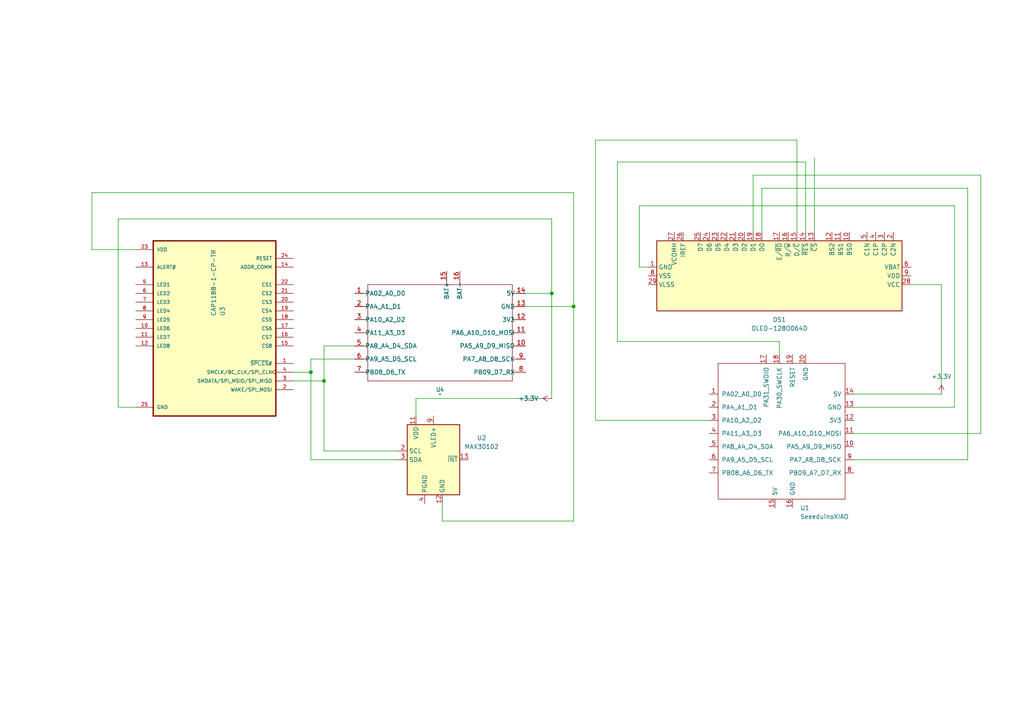
<source format=kicad_sch>
(kicad_sch (version 20231120) (generator "eeschema") (generator_version "8.0")
  (paper "A4")
  (lib_symbols
    (symbol "CAP1188-1-CP-TR:CAP1188-1-CP-TR" (pin_names (offset 1.016))
      (property "Reference" "U" (at -17.8046 26.422 0))
      (property "Value" "CAP1188-1-CP-TR" (at -17.866 -29.4938 0))
      (symbol "CAP1188-1-CP-TR_0_0"
        (rectangle (start -17.78 -25.4) (end 17.78 25.4) (stroke (width 0.41)) (fill (type background)))
        (pin input line (at -22.86 -10.16 0) (length 5.08) (name "~{SPI_CS}#") (number "1"))
        (pin output line (at 22.86 0 180) (length 5.08) (name "LED6") (number "10"))
        (pin output line (at 22.86 -2.54 180) (length 5.08) (name "LED7") (number "11"))
        (pin output line (at 22.86 -5.08 180) (length 5.08) (name "LED8") (number "12"))
        (pin output line (at 22.86 17.78 180) (length 5.08) (name "ALERT#") (number "13"))
        (pin input line (at -22.86 17.78 0) (length 5.08) (name "ADDR_COMM") (number "14"))
        (pin bidirectional line (at -22.86 -5.08 0) (length 5.08) (name "CS8") (number "15"))
        (pin bidirectional line (at -22.86 -2.54 0) (length 5.08) (name "CS7") (number "16"))
        (pin bidirectional line (at -22.86 0 0) (length 5.08) (name "CS6") (number "17"))
        (pin bidirectional line (at -22.86 2.54 0) (length 5.08) (name "CS5") (number "18"))
        (pin bidirectional line (at -22.86 5.08 0) (length 5.08) (name "CS4") (number "19"))
        (pin bidirectional line (at -22.86 -17.78 0) (length 5.08) (name "WAKE/SPI_MOSI") (number "2"))
        (pin bidirectional line (at -22.86 7.62 0) (length 5.08) (name "CS3") (number "20"))
        (pin bidirectional line (at -22.86 10.16 0) (length 5.08) (name "CS2") (number "21"))
        (pin bidirectional line (at -22.86 12.7 0) (length 5.08) (name "CS1") (number "22"))
        (pin power_in line (at 22.86 22.86 180) (length 5.08) (name "VDD") (number "23"))
        (pin input line (at -22.86 20.32 0) (length 5.08) (name "RESET") (number "24"))
        (pin power_in line (at 22.86 -22.86 180) (length 5.08) (name "GND") (number "25"))
        (pin bidirectional line (at -22.86 -15.24 0) (length 5.08) (name "SMDATA/SPI_MSIO/SPI_MISO") (number "3"))
        (pin input clock (at -22.86 -12.7 0) (length 5.08) (name "SMCLK/BC_CLK/SPI_CLK") (number "4"))
        (pin output line (at 22.86 12.7 180) (length 5.08) (name "LED1") (number "5"))
        (pin output line (at 22.86 10.16 180) (length 5.08) (name "LED2") (number "6"))
        (pin output line (at 22.86 7.62 180) (length 5.08) (name "LED3") (number "7"))
        (pin output line (at 22.86 5.08 180) (length 5.08) (name "LED4") (number "8"))
        (pin output line (at 22.86 2.54 180) (length 5.08) (name "LED5") (number "9"))
      )
    )
    (symbol "Display_Graphic:OLED-128O064D"
      (property "Reference" "DS" (at -10.16 38.1 0))
      (property "Value" "OLED-128O064D" (at 12.7 38.1 0))
      (symbol "OLED-128O064D_0_1"
        (rectangle (start -10.16 35.56) (end 10.16 -35.56) (stroke (width 0.254)) (fill (type background)))
      )
      (symbol "OLED-128O064D_1_1"
        (pin power_in line (at -2.54 -38.1 90) (length 2.54) (name "GND") (number "1"))
        (pin input line (at -12.7 20.32 0) (length 2.54) (name "BS0") (number "10"))
        (pin input line (at -12.7 17.78 0) (length 2.54) (name "BS1") (number "11"))
        (pin input line (at -12.7 15.24 0) (length 2.54) (name "BS2") (number "12"))
        (pin input line (at -12.7 10.16 0) (length 2.54) (name "~{CS}") (number "13"))
        (pin input line (at -12.7 7.62 0) (length 2.54) (name "~{RES}") (number "14"))
        (pin input line (at -12.7 5.08 0) (length 2.54) (name "D/~{C}") (number "15"))
        (pin input line (at -12.7 2.54 0) (length 2.54) (name "R/~{W}") (number "16"))
        (pin input line (at -12.7 0 0) (length 2.54) (name "E/~{RD}") (number "17"))
        (pin bidirectional line (at -12.7 -5.08 0) (length 2.54) (name "D0") (number "18"))
        (pin bidirectional line (at -12.7 -7.62 0) (length 2.54) (name "D1") (number "19"))
        (pin passive line (at -12.7 33.02 0) (length 2.54) (name "C2N") (number "2"))
        (pin bidirectional line (at -12.7 -10.16 0) (length 2.54) (name "D2") (number "20"))
        (pin bidirectional line (at -12.7 -12.7 0) (length 2.54) (name "D3") (number "21"))
        (pin bidirectional line (at -12.7 -15.24 0) (length 2.54) (name "D4") (number "22"))
        (pin bidirectional line (at -12.7 -17.78 0) (length 2.54) (name "D5") (number "23"))
        (pin bidirectional line (at -12.7 -20.32 0) (length 2.54) (name "D6") (number "24"))
        (pin bidirectional line (at -12.7 -22.86 0) (length 2.54) (name "D7") (number "25"))
        (pin passive line (at -12.7 -27.94 0) (length 2.54) (name "IREF") (number "26"))
        (pin passive line (at -12.7 -30.48 0) (length 2.54) (name "VCOMH") (number "27"))
        (pin power_in line (at 2.54 38.1 270) (length 2.54) (name "VCC") (number "28"))
        (pin power_in line (at 2.54 -38.1 90) (length 2.54) (name "VLSS") (number "29"))
        (pin passive line (at -12.7 30.48 0) (length 2.54) (name "C2P") (number "3"))
        (pin passive line (at -2.54 -38.1 90) (length 2.54) hide (name "GND") (number "30"))
        (pin passive line (at -12.7 27.94 0) (length 2.54) (name "C1P") (number "4"))
        (pin passive line (at -12.7 25.4 0) (length 2.54) (name "C1N") (number "5"))
        (pin power_in line (at -2.54 38.1 270) (length 2.54) (name "VBAT") (number "6"))
        (pin no_connect line (at 10.16 0 180) (length 2.54) hide (name "NC") (number "7"))
        (pin power_in line (at 0 -38.1 90) (length 2.54) (name "VSS") (number "8"))
        (pin power_in line (at 0 38.1 270) (length 2.54) (name "VDD") (number "9"))
      )
    )
    (symbol "Seeed-Studio-XIAO-ESP32S3-footprint-eagle:MOUDLE-SEEEDUINO-XIAO-ESP32S3-SMD"
      (property "Reference" "U" (at -21.59 15.24 0))
      (symbol "MOUDLE-SEEEDUINO-XIAO-ESP32S3-SMD_1_0"
        (polyline (pts (xy -21.59 -13.97) (xy -21.59 0)) (stroke (width 0.1524)))
        (polyline (pts (xy -21.59 -11.43) (xy -22.86 -11.43)) (stroke (width 0.1524)))
        (polyline (pts (xy -21.59 -7.62) (xy -22.86 -7.62)) (stroke (width 0.1524)))
        (polyline (pts (xy -21.59 -3.81) (xy -22.86 -3.81)) (stroke (width 0.1524)))
        (polyline (pts (xy -21.59 0) (xy -22.86 0)) (stroke (width 0.1524)))
        (polyline (pts (xy -21.59 0) (xy -21.59 3.81)) (stroke (width 0.1524)))
        (polyline (pts (xy -21.59 3.81) (xy -22.86 3.81)) (stroke (width 0.1524)))
        (polyline (pts (xy -21.59 3.81) (xy -21.59 7.62)) (stroke (width 0.1524)))
        (polyline (pts (xy -21.59 7.62) (xy -22.86 7.62)) (stroke (width 0.1524)))
        (polyline (pts (xy -21.59 7.62) (xy -21.59 11.43)) (stroke (width 0.1524)))
        (polyline (pts (xy -21.59 11.43) (xy -22.86 11.43)) (stroke (width 0.1524)))
        (polyline (pts (xy -21.59 11.43) (xy -21.59 13.97)) (stroke (width 0.1524)))
        (polyline (pts (xy -21.59 13.97) (xy 1.27 13.97)) (stroke (width 0.1524)))
        (polyline (pts (xy 1.27 13.97) (xy 5.08 13.97)) (stroke (width 0.1524)))
        (polyline (pts (xy 1.27 15.24) (xy 1.27 13.97)) (stroke (width 0.1524)))
        (polyline (pts (xy 5.08 13.97) (xy 20.32 13.97)) (stroke (width 0.1524)))
        (polyline (pts (xy 5.08 15.24) (xy 5.08 13.97)) (stroke (width 0.1524)))
        (polyline (pts (xy 20.32 -13.97) (xy -21.59 -13.97)) (stroke (width 0.1524)))
        (polyline (pts (xy 20.32 3.81) (xy 20.32 -13.97)) (stroke (width 0.1524)))
        (polyline (pts (xy 20.32 7.62) (xy 20.32 3.81)) (stroke (width 0.1524)))
        (polyline (pts (xy 20.32 11.43) (xy 20.32 7.62)) (stroke (width 0.1524)))
        (polyline (pts (xy 20.32 13.97) (xy 20.32 11.43)) (stroke (width 0.1524)))
        (polyline (pts (xy 21.59 -11.43) (xy 20.32 -11.43)) (stroke (width 0.1524)))
        (polyline (pts (xy 21.59 -7.62) (xy 20.32 -7.62)) (stroke (width 0.1524)))
        (polyline (pts (xy 21.59 -3.81) (xy 20.32 -3.81)) (stroke (width 0.1524)))
        (polyline (pts (xy 21.59 0) (xy 20.32 0)) (stroke (width 0.1524)))
        (polyline (pts (xy 21.59 3.81) (xy 20.32 3.81)) (stroke (width 0.1524)))
        (polyline (pts (xy 21.59 7.62) (xy 20.32 7.62)) (stroke (width 0.1524)))
        (polyline (pts (xy 21.59 11.43) (xy 20.32 11.43)) (stroke (width 0.1524)))
        (pin bidirectional line (at -25.4 11.43 0) (length 2.54) (name "PA02_A0_D0") (number "1"))
        (pin bidirectional line (at 24.13 -3.81 180) (length 2.54) (name "PA5_A9_D9_MISO") (number "10"))
        (pin bidirectional line (at 24.13 0 180) (length 2.54) (name "PA6_A10_D10_MOSI") (number "11"))
        (pin bidirectional line (at 24.13 3.81 180) (length 2.54) (name "3V3") (number "12"))
        (pin bidirectional line (at 24.13 7.62 180) (length 2.54) (name "GND") (number "13"))
        (pin bidirectional line (at 24.13 11.43 180) (length 2.54) (name "5V") (number "14"))
        (pin bidirectional line (at 1.27 17.78 270) (length 2.54) (name "BAT+") (number "15"))
        (pin bidirectional line (at 5.08 17.78 270) (length 2.54) (name "BAT-") (number "16"))
        (pin bidirectional line (at -25.4 7.62 0) (length 2.54) (name "PA4_A1_D1") (number "2"))
        (pin bidirectional line (at -25.4 3.81 0) (length 2.54) (name "PA10_A2_D2") (number "3"))
        (pin bidirectional line (at -25.4 0 0) (length 2.54) (name "PA11_A3_D3") (number "4"))
        (pin bidirectional line (at -25.4 -3.81 0) (length 2.54) (name "PA8_A4_D4_SDA") (number "5"))
        (pin bidirectional line (at -25.4 -7.62 0) (length 2.54) (name "PA9_A5_D5_SCL") (number "6"))
        (pin bidirectional line (at -25.4 -11.43 0) (length 2.54) (name "PB08_D6_TX") (number "7"))
        (pin bidirectional line (at 24.13 -11.43 180) (length 2.54) (name "PB09_D7_RX") (number "8"))
        (pin bidirectional line (at 24.13 -7.62 180) (length 2.54) (name "PA7_A8_D8_SCK") (number "9"))
      )
    )
    (symbol "Seeeduino XIAO:SeeeduinoXIAO" (pin_names (offset 1.016))
      (property "Reference" "U" (at -19.05 22.86 0))
      (property "Value" "SeeeduinoXIAO" (at -12.7 21.59 0))
      (symbol "SeeeduinoXIAO_0_1"
        (rectangle (start -19.05 20.32) (end 17.78 -19.05))
      )
      (symbol "SeeeduinoXIAO_1_1"
        (pin unspecified line (at -21.59 11.43 0) (length 2.54) (name "PA02_A0_D0") (number "1"))
        (pin unspecified line (at 20.32 -3.81 180) (length 2.54) (name "PA5_A9_D9_MISO") (number "10"))
        (pin unspecified line (at 20.32 0 180) (length 2.54) (name "PA6_A10_D10_MOSI") (number "11"))
        (pin unspecified line (at 20.32 3.81 180) (length 2.54) (name "3V3") (number "12"))
        (pin unspecified line (at 20.32 7.62 180) (length 2.54) (name "GND") (number "13"))
        (pin unspecified line (at 20.32 11.43 180) (length 2.54) (name "5V") (number "14"))
        (pin input line (at -2.54 -21.59 90) (length 2.54) (name "5V") (number "15"))
        (pin input line (at 2.54 -21.59 90) (length 2.54) (name "GND") (number "16"))
        (pin input line (at -5.08 22.86 270) (length 2.54) (name "PA31_SWDIO") (number "17"))
        (pin input line (at -1.27 22.86 270) (length 2.54) (name "PA30_SWCLK") (number "18"))
        (pin input line (at 2.54 22.86 270) (length 2.54) (name "RESET") (number "19"))
        (pin unspecified line (at -21.59 7.62 0) (length 2.54) (name "PA4_A1_D1") (number "2"))
        (pin input line (at 6.35 22.86 270) (length 2.54) (name "GND") (number "20"))
        (pin unspecified line (at -21.59 3.81 0) (length 2.54) (name "PA10_A2_D2") (number "3"))
        (pin unspecified line (at -21.59 0 0) (length 2.54) (name "PA11_A3_D3") (number "4"))
        (pin unspecified line (at -21.59 -3.81 0) (length 2.54) (name "PA8_A4_D4_SDA") (number "5"))
        (pin unspecified line (at -21.59 -7.62 0) (length 2.54) (name "PA9_A5_D5_SCL") (number "6"))
        (pin unspecified line (at -21.59 -11.43 0) (length 2.54) (name "PB08_A6_D6_TX") (number "7"))
        (pin unspecified line (at 20.32 -11.43 180) (length 2.54) (name "PB09_A7_D7_RX") (number "8"))
        (pin unspecified line (at 20.32 -7.62 180) (length 2.54) (name "PA7_A8_D8_SCK") (number "9"))
      )
    )
    (symbol "Sensor:MAX30102"
      (property "Reference" "U" (at 7.62 15.24 0))
      (property "Value" "MAX30102" (at 7.62 12.7 0))
      (symbol "MAX30102_0_1"
        (rectangle (start -7.62 10.16) (end 7.62 -10.16) (stroke (width 0.254)) (fill (type background)))
      )
      (symbol "MAX30102_1_1"
        (pin no_connect line (at -7.62 5.08 0) (length 2.54) hide (name "NC") (number "1"))
        (pin passive line (at 0 12.7 270) (length 2.54) hide (name "VLED+") (number "10"))
        (pin power_in line (at -5.08 12.7 270) (length 2.54) (name "VDD") (number "11"))
        (pin power_in line (at 2.54 -12.7 90) (length 2.54) (name "GND") (number "12"))
        (pin output line (at 10.16 0 180) (length 2.54) (name "~{INT}") (number "13"))
        (pin no_connect line (at 7.62 2.54 180) (length 2.54) hide (name "NC") (number "14"))
        (pin input line (at -10.16 2.54 0) (length 2.54) (name "SCL") (number "2"))
        (pin bidirectional line (at -10.16 0 0) (length 2.54) (name "SDA") (number "3"))
        (pin power_in line (at -2.54 -12.7 90) (length 2.54) (name "PGND") (number "4"))
        (pin no_connect line (at 7.62 -7.62 180) (length 2.54) hide (name "NC") (number "5"))
        (pin no_connect line (at 7.62 -5.08 180) (length 2.54) hide (name "NC") (number "6"))
        (pin no_connect line (at -7.62 -2.54 0) (length 2.54) hide (name "NC") (number "7"))
        (pin no_connect line (at 7.62 5.08 180) (length 2.54) hide (name "NC") (number "8"))
        (pin power_in line (at 0 12.7 270) (length 2.54) (name "VLED+") (number "9"))
      )
    )
    (symbol "power:+3.3V" (power) (pin_numbers hide) (pin_names (offset 0) hide)
      (property "Value" "+3.3V" (at 0 3.556 0))
      (symbol "+3.3V_0_1"
        (polyline (pts (xy -0.762 1.27) (xy 0 2.54)))
        (polyline (pts (xy 0 0) (xy 0 2.54)))
        (polyline (pts (xy 0 2.54) (xy 0.762 1.27)))
      )
      (symbol "+3.3V_1_1"
        (pin power_in line (at 0 0 90) (length 0) (name "~") (number "1"))
      )
    )
  )
  (junction (at 166.37 88.9))
  (junction (at 160.02 85.09))
  (junction (at 93.98 110.49))
  (junction (at 90.17 107.95))
  (wire (pts (xy 34.29 63.5) (xy 34.29 118.11)))
  (wire (pts (xy 93.98 130.81) (xy 115.57 130.81)))
  (wire (pts (xy 90.17 104.14) (xy 102.87 104.14)))
  (wire (pts (xy 179.07 46.99) (xy 179.07 99.06)))
  (wire (pts (xy 157.48 115.57) (xy 120.65 115.57)))
  (wire (pts (xy 218.44 67.31) (xy 218.44 50.8)))
  (wire (pts (xy 284.48 125.73) (xy 247.65 125.73)))
  (wire (pts (xy 26.67 55.88) (xy 26.67 72.39)))
  (wire (pts (xy 166.37 151.13) (xy 128.27 151.13)))
  (wire (pts (xy 220.98 67.31) (xy 220.98 54.61)))
  (wire (pts (xy 276.86 118.11) (xy 276.86 59.69)))
  (wire (pts (xy 220.98 54.61) (xy 280.67 54.61)))
  (wire (pts (xy 152.4 85.09) (xy 160.02 85.09)))
  (wire (pts (xy 90.17 107.95) (xy 90.17 133.35)))
  (wire (pts (xy 185.42 59.69) (xy 185.42 77.47)))
  (wire (pts (xy 280.67 133.35) (xy 247.65 133.35)))
  (wire (pts (xy 26.67 72.39) (xy 39.37 72.39)))
  (wire (pts (xy 226.06 99.06) (xy 226.06 102.87)))
  (wire (pts (xy 93.98 110.49) (xy 93.98 130.81)))
  (wire (pts (xy 233.68 46.99) (xy 179.07 46.99)))
  (wire (pts (xy 231.14 67.31) (xy 231.14 40.64)))
  (wire (pts (xy 160.02 85.09) (xy 160.02 63.5)))
  (wire (pts (xy 185.42 77.47) (xy 187.96 77.47)))
  (wire (pts (xy 166.37 55.88) (xy 26.67 55.88)))
  (wire (pts (xy 280.67 54.61) (xy 280.67 133.35)))
  (wire (pts (xy 152.4 88.9) (xy 166.37 88.9)))
  (wire (pts (xy 236.22 67.31) (xy 236.22 45.72)))
  (wire (pts (xy 276.86 59.69) (xy 185.42 59.69)))
  (wire (pts (xy 273.05 82.55) (xy 264.16 82.55)))
  (wire (pts (xy 90.17 133.35) (xy 115.57 133.35)))
  (wire (pts (xy 160.02 63.5) (xy 34.29 63.5)))
  (wire (pts (xy 93.98 100.33) (xy 93.98 110.49)))
  (wire (pts (xy 166.37 88.9) (xy 166.37 55.88)))
  (wire (pts (xy 231.14 40.64) (xy 172.72 40.64)))
  (wire (pts (xy 85.09 107.95) (xy 90.17 107.95)))
  (wire (pts (xy 85.09 110.49) (xy 93.98 110.49)))
  (wire (pts (xy 179.07 99.06) (xy 226.06 99.06)))
  (wire (pts (xy 166.37 88.9) (xy 166.37 151.13)))
  (wire (pts (xy 160.02 85.09) (xy 160.02 115.57)))
  (wire (pts (xy 172.72 40.64) (xy 172.72 121.92)))
  (wire (pts (xy 120.65 115.57) (xy 120.65 120.65)))
  (wire (pts (xy 284.48 50.8) (xy 284.48 125.73)))
  (wire (pts (xy 247.65 118.11) (xy 276.86 118.11)))
  (wire (pts (xy 128.27 151.13) (xy 128.27 146.05)))
  (wire (pts (xy 90.17 104.14) (xy 90.17 107.95)))
  (wire (pts (xy 233.68 67.31) (xy 233.68 46.99)))
  (wire (pts (xy 172.72 121.92) (xy 205.74 121.92)))
  (wire (pts (xy 218.44 50.8) (xy 284.48 50.8)))
  (wire (pts (xy 247.65 114.3) (xy 273.05 114.3)))
  (wire (pts (xy 273.05 111.76) (xy 273.05 82.55)))
  (wire (pts (xy 93.98 100.33) (xy 102.87 100.33)))
  (wire (pts (xy 34.29 118.11) (xy 39.37 118.11)))
  (symbol (lib_id "Seeeduino XIAO:SeeeduinoXIAO") (at 227.33 125.73 0) (unit 1)
    (property "Reference" "U1" (at 232.0641 147.32 0) (effects (justify left)))
    (property "Value" "SeeeduinoXIAO" (at 232.0641 149.86 0) (effects (justify left)))
  )
  (symbol (lib_id "power:+3.3V") (at 160.02 115.57 90) (unit 1)
    (property "Reference" "#PWR01" (effects (hide yes)))
    (property "Value" "+3.3V" (at 156.21 115.5699 90) (effects (justify left)))
    (property "Description" "Power symbol creates a global label with name \"+3.3V\"" (effects (hide yes)))
  )
  (symbol (lib_id "Display_Graphic:OLED-128O064D") (at 226.06 80.01 270) (unit 1)
    (property "Reference" "DS1" (at 226.06 92.71 90))
    (property "Value" "OLED-128O064D" (at 226.06 95.25 90))
    (property "Footprint" "Display:OLED-128O064D" (effects (hide yes)))
    (property "Datasheet" "https://www.vishay.com/docs/37902/oled128o064dbpp3n00000.pdf" (effects (hide yes)))
    (property "Description" "OLED display 128x64" (effects (hide yes)))
  )
  (symbol (lib_id "power:+3.3V") (at 273.05 114.3 0) (unit 1)
    (property "Reference" "#PWR02" (effects (hide yes)))
    (property "Value" "+3.3V" (at 273.05 109.22 0))
    (property "Description" "Power symbol creates a global label with name \"+3.3V\"" (effects (hide yes)))
  )
  (symbol (lib_id "CAP1188-1-CP-TR:CAP1188-1-CP-TR") (at 62.23 95.25 0) (mirror y) (unit 1)
    (property "Reference" "U3" (at 64.516 91.694 90) (effects (justify left)))
    (property "Value" "CAP1188-1-CP-TR" (at 61.976 91.694 90) (effects (justify left)))
    (property "Footprint" "CAP1188-1-CP-TR:QFN50P400X400X90-25N" (effects (hide yes)))
    (property "MF" "Microchip" (effects (hide yes)))
    (property "Description_1" "\n                        \n                            Eight Channel Capacitive Touch Sensor w/ 2 LED Drive24 VQFN 4x4x0.9mm T/R | Microchip Technology Inc. CAP1188-1-CP-TR\n                        \n" (effects (hide yes)))
    (property "PACKAGE" "QFN-24 Microchip" (effects (hide yes)))
    (property "Price" "None" (effects (hide yes)))
    (property "Package" "QFN-24 Microchip" (effects (hide yes)))
    (property "Check_prices" "https://www.snapeda.com/parts/CAP1188-1-CP-TR/Microchip/view-part/?ref=eda" (effects (hide yes)))
    (property "STANDARD" "IPC-7351B" (effects (hide yes)))
    (property "PARTREV" "02-09-15" (effects (hide yes)))
    (property "SnapEDA_Link" "https://www.snapeda.com/parts/CAP1188-1-CP-TR/Microchip/view-part/?ref=snap" (effects (hide yes)))
    (property "MP" "CAP1188-1-CP-TR" (effects (hide yes)))
    (property "PACKAGEID" "6898" (effects (hide yes)))
    (property "Availability" "In Stock" (effects (hide yes)))
    (property "MANUFACTURER" "Microchip" (effects (hide yes)))
  )
  (symbol (lib_id "Seeed-Studio-XIAO-ESP32S3-footprint-eagle:MOUDLE-SEEEDUINO-XIAO-ESP32S3-SMD") (at 128.27 96.52 0) (unit 1)
    (property "Reference" "U4" (at 127.635 113.03 0) (effects (font (size 1.27 1.0795))))
    (property "Value" "~" (at 127.635 114.3 0) (effects (font (size 1.27 1.0795))))
    (property "Footprint" "Seeed-Studio-XIAO-ESP32S3-footprint-eagle:MOUDLE14P-SMD-2.54-21X17.8MM" (effects (hide yes)))
  )
  (symbol (lib_id "Sensor:MAX30102") (at 125.73 133.35 0) (unit 1)
    (property "Reference" "U2" (at 139.7 127.0314 0))
    (property "Value" "MAX30102" (at 139.7 129.5714 0))
    (property "Footprint" "OptoDevice:Maxim_OLGA-14_3.3x5.6mm_P0.8mm" (effects (hide yes)))
    (property "Datasheet" "https://datasheets.maximintegrated.com/en/ds/MAX30102.pdf" (effects (hide yes)))
    (property "Description" "Heart Rate Sensor, 14-OLGA" (effects (hide yes)))
  )
)
</source>
